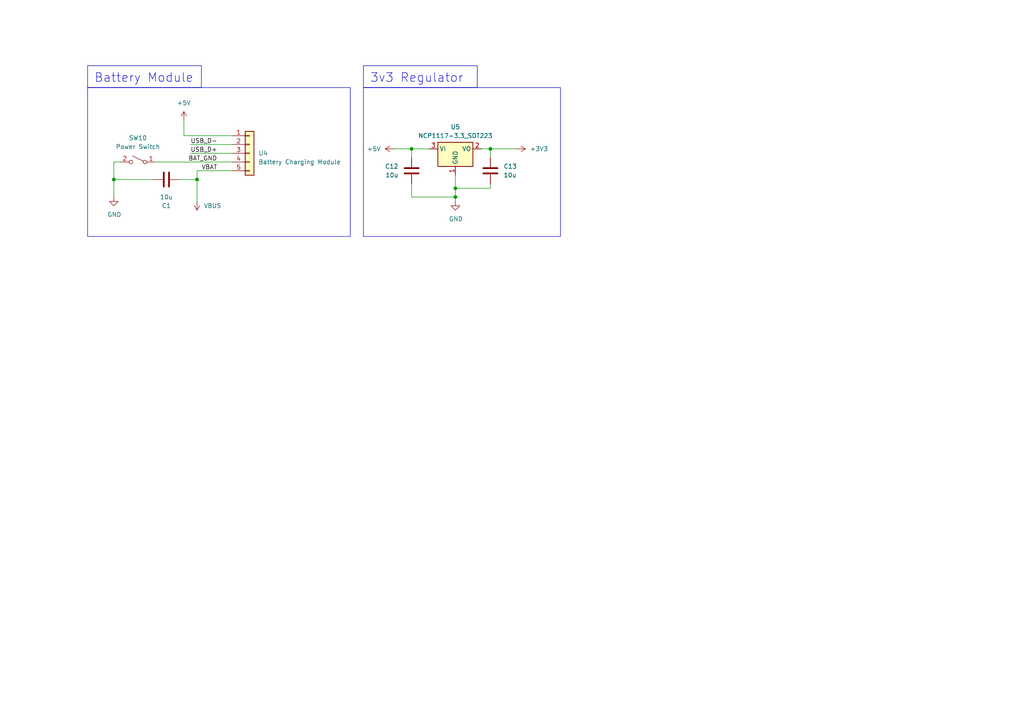
<source format=kicad_sch>
(kicad_sch (version 20230121) (generator eeschema)
  (paper "A4")
  (lib_symbols
    (symbol "Connector_Generic:Conn_01x05" (pin_names (offset 1.016) hide)
      (property "Reference" "J" (at 0 7.62 0))
      (property "Value" "Conn_01x05" (at 0 -7.62 0))
      (symbol "Conn_01x05_1_1"
        (rectangle (start -1.27 -4.953) (end 0 -5.207) (stroke (width 0.1524)))
        (rectangle (start -1.27 -2.413) (end 0 -2.667) (stroke (width 0.1524)))
        (rectangle (start -1.27 0.127) (end 0 -0.127) (stroke (width 0.1524)))
        (rectangle (start -1.27 2.667) (end 0 2.413) (stroke (width 0.1524)))
        (rectangle (start -1.27 5.207) (end 0 4.953) (stroke (width 0.1524)))
        (rectangle (start -1.27 6.35) (end 1.27 -6.35) (stroke (width 0.254)) (fill (type background)))
        (pin passive line (at -5.08 5.08 0) (length 3.81) (name "Pin_1") (number "1"))
        (pin passive line (at -5.08 2.54 0) (length 3.81) (name "Pin_2") (number "2"))
        (pin passive line (at -5.08 0 0) (length 3.81) (name "Pin_3") (number "3"))
        (pin passive line (at -5.08 -2.54 0) (length 3.81) (name "Pin_4") (number "4"))
        (pin passive line (at -5.08 -5.08 0) (length 3.81) (name "Pin_5") (number "5"))
      )
    )
    (symbol "Device:C" (pin_numbers hide) (pin_names (offset 0.254))
      (property "Reference" "C" (at 0.635 2.54 0))
      (property "Value" "C" (at 0.635 -2.54 0))
      (symbol "C_0_1"
        (polyline (pts (xy -2.032 -0.762) (xy 2.032 -0.762)) (stroke (width 0.508)))
        (polyline (pts (xy -2.032 0.762) (xy 2.032 0.762)) (stroke (width 0.508)))
      )
      (symbol "C_1_1"
        (pin passive line (at 0 3.81 270) (length 2.794) (name "~") (number "1"))
        (pin passive line (at 0 -3.81 90) (length 2.794) (name "~") (number "2"))
      )
    )
    (symbol "Regulator_Linear:NCP1117-3.3_SOT223"
      (property "Reference" "U" (at -3.81 3.175 0))
      (property "Value" "NCP1117-3.3_SOT223" (at 0 3.175 0))
      (symbol "NCP1117-3.3_SOT223_0_1"
        (rectangle (start -5.08 -5.08) (end 5.08 1.905) (stroke (width 0.254)) (fill (type background)))
      )
      (symbol "NCP1117-3.3_SOT223_1_1"
        (pin power_in line (at 0 -7.62 90) (length 2.54) (name "GND") (number "1"))
        (pin power_out line (at 7.62 0 180) (length 2.54) (name "VO") (number "2"))
        (pin power_in line (at -7.62 0 0) (length 2.54) (name "VI") (number "3"))
      )
    )
    (symbol "Switch:SW_SPST" (pin_names (offset 0) hide)
      (property "Reference" "SW" (at 0 3.175 0))
      (property "Value" "SW_SPST" (at 0 -2.54 0))
      (symbol "SW_SPST_0_0"
        (circle (center -2.032 0) (radius 0.508))
        (polyline (pts (xy -1.524 0.254) (xy 1.524 1.778)))
        (circle (center 2.032 0) (radius 0.508))
      )
      (symbol "SW_SPST_1_1"
        (pin passive line (at -5.08 0 0) (length 2.54) (name "A") (number "1"))
        (pin passive line (at 5.08 0 180) (length 2.54) (name "B") (number "2"))
      )
    )
    (symbol "power:+3V3" (power) (pin_names (offset 0))
      (property "Value" "+3V3" (at 0 3.556 0))
      (symbol "+3V3_0_1"
        (polyline (pts (xy -0.762 1.27) (xy 0 2.54)))
        (polyline (pts (xy 0 0) (xy 0 2.54)))
        (polyline (pts (xy 0 2.54) (xy 0.762 1.27)))
      )
      (symbol "+3V3_1_1"
        (pin power_in line (at 0 0 90) (length 0) hide (name "+3V3") (number "1"))
      )
    )
    (symbol "power:+5V" (power) (pin_names (offset 0))
      (property "Value" "+5V" (at 0 3.556 0))
      (symbol "+5V_0_1"
        (polyline (pts (xy -0.762 1.27) (xy 0 2.54)))
        (polyline (pts (xy 0 0) (xy 0 2.54)))
        (polyline (pts (xy 0 2.54) (xy 0.762 1.27)))
      )
      (symbol "+5V_1_1"
        (pin power_in line (at 0 0 90) (length 0) hide (name "+5V") (number "1"))
      )
    )
    (symbol "power:GND" (power) (pin_names (offset 0))
      (property "Value" "GND" (at 0 -3.81 0))
      (symbol "GND_0_1"
        (polyline (pts (xy 0 0) (xy 0 -1.27) (xy 1.27 -1.27) (xy 0 -2.54) (xy -1.27 -1.27) (xy 0 -1.27)))
      )
      (symbol "GND_1_1"
        (pin power_in line (at 0 0 270) (length 0) hide (name "GND") (number "1"))
      )
    )
    (symbol "power:VBUS" (power) (pin_names (offset 0))
      (property "Value" "VBUS" (at 0 3.81 0))
      (symbol "VBUS_0_1"
        (polyline (pts (xy -0.762 1.27) (xy 0 2.54)))
        (polyline (pts (xy 0 0) (xy 0 2.54)))
        (polyline (pts (xy 0 2.54) (xy 0.762 1.27)))
      )
      (symbol "VBUS_1_1"
        (pin power_in line (at 0 0 90) (length 0) hide (name "VBUS") (number "1"))
      )
    )
  )
  (junction (at 142.24 43.18))
  (junction (at 132.08 54.61))
  (junction (at 119.38 43.18))
  (junction (at 57.15 52.07))
  (junction (at 132.08 57.15))
  (junction (at 33.02 52.07))
  (wire (pts (xy 55.245 41.91) (xy 67.31 41.91)))
  (wire (pts (xy 67.31 49.53) (xy 57.15 49.53)))
  (wire (pts (xy 132.08 58.42) (xy 132.08 57.15)))
  (wire (pts (xy 57.15 49.53) (xy 57.15 52.07)))
  (wire (pts (xy 132.08 54.61) (xy 132.08 57.15)))
  (wire (pts (xy 142.24 43.18) (xy 149.86 43.18)))
  (wire (pts (xy 119.38 45.72) (xy 119.38 43.18)))
  (wire (pts (xy 33.02 52.07) (xy 44.45 52.07)))
  (wire (pts (xy 52.07 52.07) (xy 57.15 52.07)))
  (wire (pts (xy 142.24 43.18) (xy 139.7 43.18)))
  (wire (pts (xy 142.24 45.72) (xy 142.24 43.18)))
  (wire (pts (xy 119.38 43.18) (xy 124.46 43.18)))
  (wire (pts (xy 45.085 46.99) (xy 67.31 46.99)))
  (wire (pts (xy 119.38 53.34) (xy 119.38 57.15)))
  (wire (pts (xy 114.3 43.18) (xy 119.38 43.18)))
  (wire (pts (xy 57.15 52.07) (xy 57.15 58.42)))
  (wire (pts (xy 53.34 39.37) (xy 53.34 34.925)))
  (wire (pts (xy 142.24 53.34) (xy 142.24 54.61)))
  (wire (pts (xy 55.245 44.45) (xy 67.31 44.45)))
  (wire (pts (xy 67.31 39.37) (xy 53.34 39.37)))
  (wire (pts (xy 33.02 52.07) (xy 33.02 57.15)))
  (wire (pts (xy 132.08 54.61) (xy 132.08 50.8)))
  (wire (pts (xy 142.24 54.61) (xy 132.08 54.61)))
  (wire (pts (xy 33.02 46.99) (xy 33.02 52.07)))
  (wire (pts (xy 34.925 46.99) (xy 33.02 46.99)))
  (wire (pts (xy 119.38 57.15) (xy 132.08 57.15)))
  (rectangle (start 105.41 25.4) (end 162.56 68.58))
  (rectangle (start 25.4 25.4) (end 101.6 68.58))
  (text_box "3v3 Regulator" (at 105.41 19.05 0) (size 33.02 6.35) (effects (font (size 2.54 2.54)) (justify left top)))
  (text_box "Battery Module" (at 25.4 19.05 0) (size 33.02 6.35) (effects (font (size 2.54 2.54)) (justify left top)))
  (label "BAT_GND" (at 54.61 46.99 0))
  (label "USB_D-" (at 55.245 41.91 0))
  (label "VBAT" (at 58.42 49.53 0))
  (label "USB_D+" (at 55.245 44.45 0))
  (symbol (lib_id "Regulator_Linear:NCP1117-3.3_SOT223") (at 132.08 43.18 0) (unit 1)
    (property "Reference" "U5" (at 132.08 36.83 0))
    (property "Value" "NCP1117-3.3_SOT223" (at 132.08 39.37 0))
    (property "Footprint" "Package_TO_SOT_SMD:SOT-223-3_TabPin2" (effects hide))
    (property "Datasheet" "http://www.onsemi.com/pub_link/Collateral/NCP1117-D.PDF" (effects hide))
  )
  (symbol (lib_id "Device:C") (at 119.38 49.53 0) (mirror y) (unit 1)
    (property "Reference" "C12" (at 115.57 48.26 0) (effects (justify left)))
    (property "Value" "10u" (at 115.57 50.8 0) (effects (justify left)))
    (property "Footprint" "Capacitor_SMD:C_0805_2012Metric" (effects hide))
  )
  (symbol (lib_id "power:+5V") (at 114.3 43.18 90) (unit 1)
    (property "Reference" "#PWR0113" (effects hide))
    (property "Value" "+5V" (at 110.49 43.18 90) (effects (justify left)))
    (instances (project "PICOnsole" (path "" (reference "#PWR0113") (unit 1)) (path "" (reference "#PWR032") (unit 1))))
  )
  (symbol (lib_id "Connector_Generic:Conn_01x05") (at 72.39 44.45 0) (unit 1)
    (property "Reference" "U4" (at 74.93 44.4499 0) (effects (justify left)))
    (property "Value" "Battery Charging Module" (at 74.93 46.9899 0) (effects (justify left)))
    (property "Footprint" "Connector_PinHeader_2.54mm:PinHeader_1x05_P2.54mm_Vertical" (effects hide))
    (instances (project "PICOnsole" (path "" (reference "U4") (unit 1)) (path "" (reference "U6") (unit 1))))
  )
  (symbol (lib_id "power:+5V") (at 53.34 34.925 0) (unit 1)
    (property "Reference" "#PWR0113" (effects hide))
    (property "Value" "+5V" (at 53.34 29.845 0))
    (instances (project "PICOnsole" (path "" (reference "#PWR0113") (unit 1)) (path "" (reference "#PWR03") (unit 1))))
  )
  (symbol (lib_id "Device:C") (at 142.24 49.53 0) (unit 1)
    (property "Reference" "C13" (at 146.05 48.26 0) (effects (justify left)))
    (property "Value" "10u" (at 146.05 50.8 0) (effects (justify left)))
    (property "Footprint" "Capacitor_SMD:C_0805_2012Metric" (effects hide))
  )
  (symbol (lib_id "power:+3V3") (at 149.86 43.18 270) (unit 1)
    (property "Reference" "#PWR033" (effects hide))
    (property "Value" "+3V3" (at 153.67 43.18 90) (effects (justify left)))
  )
  (symbol (lib_id "Switch:SW_SPST") (at 40.005 46.99 0) (mirror y) (unit 1)
    (property "Reference" "SW10" (at 40.005 40.005 0))
    (property "Value" "Power Switch" (at 40.005 42.545 0))
    (property "Footprint" "Connector_PinHeader_2.54mm:PinHeader_1x03_P2.54mm_Vertical" (effects hide))
    (instances (project "PICOnsole" (path "" (reference "SW10") (unit 1)) (path "" (reference "SW11") (unit 1))))
  )
  (symbol (lib_id "power:GND") (at 132.08 58.42 0) (unit 1)
    (property "Reference" "#PWR0114" (effects hide))
    (property "Value" "GND" (at 130.175 63.5 0) (effects (justify left)))
    (instances (project "PICOnsole" (path "" (reference "#PWR0114") (unit 1)) (path "" (reference "#PWR031") (unit 1))))
  )
  (symbol (lib_id "Device:C") (at 48.26 52.07 270) (mirror x) (unit 1)
    (property "Reference" "C1" (at 48.26 59.69 90))
    (property "Value" "10u" (at 48.26 57.15 90))
    (property "Footprint" "Capacitor_SMD:C_0805_2012Metric" (effects hide))
  )
  (symbol (lib_id "power:GND") (at 33.02 57.15 0) (unit 1)
    (property "Reference" "#PWR0114" (effects hide))
    (property "Value" "GND" (at 31.115 62.23 0) (effects (justify left)))
    (instances (project "PICOnsole" (path "" (reference "#PWR0114") (unit 1)) (path "" (reference "#PWR01") (unit 1))))
  )
  (symbol (lib_id "power:VBUS") (at 57.15 58.42 180) (unit 1)
    (property "Reference" "#PWR0118" (effects hide))
    (property "Value" "VBUS" (at 59.055 59.6899 0) (effects (justify right)))
    (instances (project "PICOnsole" (path "" (reference "#PWR0118") (unit 1)) (path "" (reference "#PWR02") (unit 1))))
  )
)
</source>
